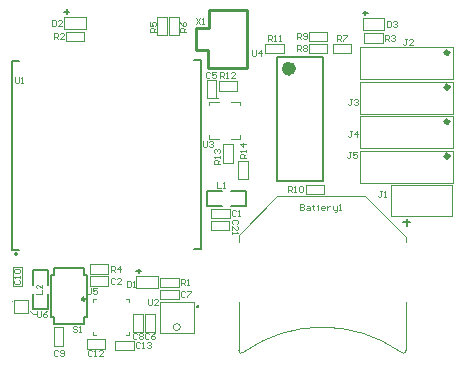
<source format=gto>
%FSLAX25Y25*%
%MOIN*%
G70*
G01*
G75*
G04 Layer_Color=65535*
%ADD10C,0.01713*%
%ADD11R,0.01969X0.01969*%
%ADD12R,0.01969X0.01969*%
%ADD13O,0.02756X0.01181*%
%ADD14O,0.01181X0.02756*%
%ADD15R,0.04724X0.06693*%
%ADD16R,0.03543X0.03150*%
%ADD17R,0.03150X0.03543*%
%ADD18R,0.03937X0.07874*%
%ADD19R,0.02362X0.01969*%
%ADD20R,0.06693X0.03150*%
%ADD21C,0.00787*%
%ADD22R,0.18504X0.18504*%
%ADD23R,0.04134X0.04134*%
%ADD24R,0.08858X0.04134*%
%ADD25O,0.06693X0.02165*%
%ADD26R,0.06693X0.05906*%
%ADD27O,0.00787X0.01969*%
%ADD28O,0.01969X0.00787*%
%ADD29R,0.01969X0.01378*%
%ADD30C,0.01969*%
%ADD31C,0.01000*%
%ADD32C,0.00787*%
%ADD33C,0.02362*%
%ADD34C,0.01575*%
%ADD35C,0.05906*%
%ADD36C,0.06693*%
%ADD37C,0.01772*%
%ADD38C,0.02598*%
%ADD39C,0.02362*%
%ADD40C,0.11811*%
%ADD41R,0.04724X0.05315*%
%ADD42R,0.03937X0.01378*%
%ADD43C,0.02756*%
%ADD44R,0.04000X0.09500*%
%ADD45C,0.00394*%
%ADD46C,0.01181*%
%ADD47C,0.00984*%
%ADD48C,0.00472*%
%ADD49C,0.00591*%
%ADD50C,0.00709*%
%ADD51C,0.00276*%
D31*
X62500Y17900D02*
G03*
X62500Y17900I-200J0D01*
G01*
X78791Y97350D02*
Y116839D01*
X65996Y97350D02*
X78791D01*
X65996D02*
Y103551D01*
X62059D02*
X65996D01*
X62059D02*
Y110736D01*
X66193D01*
Y116839D01*
X78791D01*
D32*
X69200Y87300D02*
G03*
X69200Y87300I-197J0D01*
G01*
X2294Y35406D02*
G03*
X2294Y35406I-394J0D01*
G01*
X24421Y12146D02*
Y14508D01*
X25504D01*
X24421Y28484D02*
X25504D01*
X24421D02*
Y30847D01*
X25504Y14508D02*
Y28484D01*
X13496Y14508D02*
Y28484D01*
X14579D02*
Y30847D01*
X13496Y28484D02*
X14579D01*
X13496Y14508D02*
X14579D01*
Y12146D02*
Y14508D01*
Y12146D02*
X24421D01*
X14579Y30847D02*
X24421D01*
X88921Y101169D02*
X104276D01*
X88921Y59831D02*
X104276D01*
Y101169D01*
X88921Y59831D02*
Y101169D01*
D33*
X94039Y97232D02*
G03*
X94039Y97232I-1181J0D01*
G01*
D45*
X843Y19673D02*
G03*
X843Y19673I-197J0D01*
G01*
X76100Y3400D02*
G03*
X76454Y2547I1207J0D01*
G01*
D02*
G03*
X76807Y2400I354J354D01*
G01*
D02*
G03*
X77990Y2890I0J1673D01*
G01*
X130010D02*
G03*
X131193Y2400I1183J1183D01*
G01*
D02*
G03*
X131546Y2547I0J500D01*
G01*
D02*
G03*
X131900Y3400I-854J854D01*
G01*
X130010Y2890D02*
G03*
X77990Y2890I-26010J-37095D01*
G01*
X66800Y43300D02*
X73000D01*
X66800D02*
Y46500D01*
X73000D01*
Y43300D02*
Y46500D01*
X65400Y93500D02*
X68600D01*
X65400Y87300D02*
Y93500D01*
Y87300D02*
X68600D01*
Y93500D01*
X66300Y86200D02*
X69500D01*
X66300Y85000D02*
Y86200D01*
X76700Y85000D02*
Y86200D01*
X73500D02*
X76700D01*
X66300Y73800D02*
X69500D01*
X66300D02*
Y75000D01*
X76700Y73800D02*
Y75000D01*
X73500Y73800D02*
X76700D01*
X800Y31000D02*
X4000D01*
X800Y24800D02*
Y31000D01*
Y24800D02*
X4000D01*
Y31000D01*
X6500Y16500D02*
X7500Y15500D01*
X8500D01*
X73100Y47400D02*
Y50600D01*
X66900D02*
X73100D01*
X66900Y47400D02*
Y50600D01*
Y47400D02*
X73100D01*
X14400Y11100D02*
X17600D01*
X14400Y4900D02*
Y11100D01*
Y4900D02*
X17600D01*
Y11100D01*
X117500Y114000D02*
X124600D01*
Y110000D02*
Y114000D01*
X117500Y110000D02*
X124600D01*
X117500D02*
Y114000D01*
X124100Y105900D02*
Y109100D01*
X117900D02*
X124100D01*
X117900Y105900D02*
Y109100D01*
Y105900D02*
X124100D01*
X18000Y114500D02*
X25100D01*
Y110500D02*
Y114500D01*
X18000Y110500D02*
X25100D01*
X18000D02*
Y114500D01*
X24600Y106400D02*
Y109600D01*
X18400D02*
X24600D01*
X18400Y106400D02*
Y109600D01*
Y106400D02*
X24600D01*
X26400Y28900D02*
X32600D01*
X26400D02*
Y32100D01*
X32600D01*
Y28900D02*
Y32100D01*
X26400Y24900D02*
Y28100D01*
Y24900D02*
X32600D01*
Y28100D01*
X26400D02*
X32600D01*
X49900Y20400D02*
Y23600D01*
Y20400D02*
X56100D01*
Y23600D01*
X49900D02*
X56100D01*
X1335Y20264D02*
X5862D01*
Y15736D02*
Y20264D01*
X1335Y15736D02*
X5862D01*
X1335D02*
Y20264D01*
X44900Y9400D02*
X48100D01*
Y15600D01*
X44900D02*
X48100D01*
X44900Y9400D02*
Y15600D01*
X40900Y9400D02*
X44100D01*
Y15600D01*
X40900D02*
X44100D01*
X40900Y9400D02*
Y15600D01*
X41100Y3400D02*
Y6600D01*
X34900D02*
X41100D01*
X34900Y3400D02*
Y6600D01*
Y3400D02*
X41100D01*
X25400Y3900D02*
Y7100D01*
Y3900D02*
X31600D01*
Y7100D01*
X25400D02*
X31600D01*
X116600Y93700D02*
Y104300D01*
X147400Y93700D02*
Y104300D01*
X116600Y93700D02*
X147400D01*
X116600Y104300D02*
X147400D01*
X116600Y82200D02*
Y92800D01*
X147400Y82200D02*
Y92800D01*
X116600Y82200D02*
X147400D01*
X116600Y92800D02*
X147400D01*
X116600Y70700D02*
Y81300D01*
X147400Y70700D02*
Y81300D01*
X116600Y70700D02*
X147400D01*
X116600Y81300D02*
X147400D01*
X116600Y59200D02*
Y69800D01*
X147400Y59200D02*
Y69800D01*
X116600Y59200D02*
X147400D01*
X116600Y69800D02*
X147400D01*
X88900Y54700D02*
X118300D01*
X131900Y41100D01*
Y39600D02*
Y41100D01*
X76100Y39600D02*
Y41900D01*
X88900Y54700D01*
X76100Y3400D02*
Y19500D01*
X131900Y17900D02*
Y19400D01*
Y3500D02*
Y19600D01*
X27500Y8500D02*
Y9600D01*
Y8500D02*
X28600D01*
X38400D02*
X39500D01*
Y9600D01*
Y19400D02*
Y20500D01*
X38400D02*
X39500D01*
X27500D02*
X28600D01*
X27500Y19400D02*
Y20500D01*
X49900Y19500D02*
X61300D01*
Y9000D02*
Y19500D01*
X49900Y9000D02*
X61300D01*
X49900D02*
Y19500D01*
Y27600D02*
X56100D01*
Y24400D02*
Y27600D01*
X49900Y24400D02*
X56100D01*
X49900D02*
Y27600D01*
X126900Y58400D02*
X147200D01*
Y48200D02*
Y58400D01*
X126900Y48200D02*
X147200D01*
X126900D02*
Y58400D01*
X107400Y105600D02*
X113600D01*
Y102400D02*
Y105600D01*
X107400Y102400D02*
X113600D01*
X107400D02*
Y105600D01*
X99400D02*
X105600D01*
Y102400D02*
Y105600D01*
X99400Y102400D02*
X105600D01*
X99400D02*
Y105600D01*
Y109600D02*
X105600D01*
Y106400D02*
Y109600D01*
X99400Y106400D02*
X105600D01*
X99400D02*
Y109600D01*
X98400Y58600D02*
X104600D01*
Y55400D02*
Y58600D01*
X98400Y55400D02*
X104600D01*
X98400D02*
Y58600D01*
X84900Y105600D02*
X91100D01*
Y102400D02*
Y105600D01*
X84900Y102400D02*
X91100D01*
X84900D02*
Y105600D01*
X69400Y89900D02*
X75600D01*
X69400D02*
Y93100D01*
X75600D01*
Y89900D02*
Y93100D01*
X70900Y65900D02*
Y72100D01*
X74100D01*
Y65900D02*
Y72100D01*
X70900Y65900D02*
X74100D01*
X79100Y60400D02*
Y66600D01*
X75900Y60400D02*
X79100D01*
X75900D02*
Y66600D01*
X79100D01*
X52100Y108400D02*
Y114600D01*
X48900Y108400D02*
X52100D01*
X48900D02*
Y114600D01*
X52100D01*
X56100Y108400D02*
Y114600D01*
X52900Y108400D02*
X56100D01*
X52900D02*
Y114600D01*
X56100D01*
X42000Y24000D02*
Y28000D01*
Y24000D02*
X49100D01*
Y28000D01*
X42000D02*
X49100D01*
D46*
X146232Y102600D02*
G03*
X146232Y102600I-632J0D01*
G01*
Y91100D02*
G03*
X146232Y91100I-632J0D01*
G01*
Y79600D02*
G03*
X146232Y79600I-632J0D01*
G01*
Y68100D02*
G03*
X146232Y68100I-632J0D01*
G01*
D47*
X24937Y20405D02*
G03*
X24937Y20405I-492J0D01*
G01*
D48*
X56666Y11100D02*
G03*
X56666Y11100I-1166J0D01*
G01*
D49*
X73500Y51500D02*
X78500D01*
Y56500D01*
X73500D02*
X78500D01*
X65500Y51500D02*
X70500D01*
X65500D02*
Y56500D01*
X70500D01*
X12500Y25000D02*
Y30000D01*
X7500D02*
X12500D01*
X7500Y25000D02*
Y30000D01*
X12500Y17000D02*
Y22000D01*
X7500Y17000D02*
X12500D01*
X7500D02*
Y22000D01*
X700Y36900D02*
X3000D01*
X700D02*
Y99800D01*
X2900D01*
X61200Y100100D02*
X63600D01*
Y37200D02*
Y100100D01*
X61100Y37200D02*
X63600D01*
X131000Y46073D02*
X133230D01*
X132115Y47188D02*
Y44958D01*
D50*
X118300Y115000D02*
Y116500D01*
X117400Y115750D02*
X119100D01*
X18800Y115500D02*
Y117000D01*
X17900Y116250D02*
X19600D01*
X41900Y29750D02*
X43600D01*
X42800Y29000D02*
Y30500D01*
D51*
X75540Y45488D02*
X75868Y45816D01*
Y46472D01*
X75540Y46800D01*
X74228D01*
X73900Y46472D01*
Y45816D01*
X74228Y45488D01*
X73900Y43520D02*
Y44832D01*
X75212Y43520D01*
X75540D01*
X75868Y43848D01*
Y44504D01*
X75540Y44832D01*
X73900Y42864D02*
Y42208D01*
Y42536D01*
X75868D01*
X75540Y42864D01*
X96500Y51968D02*
Y50000D01*
X97484D01*
X97812Y50328D01*
Y50656D01*
X97484Y50984D01*
X96500D01*
X97484D01*
X97812Y51312D01*
Y51640D01*
X97484Y51968D01*
X96500D01*
X98796Y51312D02*
X99452D01*
X99780Y50984D01*
Y50000D01*
X98796D01*
X98468Y50328D01*
X98796Y50656D01*
X99780D01*
X100764Y51640D02*
Y51312D01*
X100436D01*
X101092D01*
X100764D01*
Y50328D01*
X101092Y50000D01*
X102404Y51640D02*
Y51312D01*
X102076D01*
X102732D01*
X102404D01*
Y50328D01*
X102732Y50000D01*
X104699D02*
X104043D01*
X103716Y50328D01*
Y50984D01*
X104043Y51312D01*
X104699D01*
X105027Y50984D01*
Y50656D01*
X103716D01*
X105683Y51312D02*
Y50000D01*
Y50656D01*
X106011Y50984D01*
X106339Y51312D01*
X106667D01*
X107651D02*
Y50328D01*
X107979Y50000D01*
X108963D01*
Y49672D01*
X108635Y49344D01*
X108307D01*
X108963Y50000D02*
Y51312D01*
X109619Y50000D02*
X110275D01*
X109947D01*
Y51968D01*
X109619Y51640D01*
X75312Y49640D02*
X74984Y49968D01*
X74328D01*
X74000Y49640D01*
Y48328D01*
X74328Y48000D01*
X74984D01*
X75312Y48328D01*
X75968Y48000D02*
X76624D01*
X76296D01*
Y49968D01*
X75968Y49640D01*
X34812Y27140D02*
X34484Y27468D01*
X33828D01*
X33500Y27140D01*
Y25828D01*
X33828Y25500D01*
X34484D01*
X34812Y25828D01*
X36780Y25500D02*
X35468D01*
X36780Y26812D01*
Y27140D01*
X36452Y27468D01*
X35796D01*
X35468Y27140D01*
X66612Y95640D02*
X66284Y95968D01*
X65628D01*
X65300Y95640D01*
Y94328D01*
X65628Y94000D01*
X66284D01*
X66612Y94328D01*
X68580Y95968D02*
X67268D01*
Y94984D01*
X67924Y95312D01*
X68252D01*
X68580Y94984D01*
Y94328D01*
X68252Y94000D01*
X67596D01*
X67268Y94328D01*
X46312Y8640D02*
X45984Y8968D01*
X45328D01*
X45000Y8640D01*
Y7328D01*
X45328Y7000D01*
X45984D01*
X46312Y7328D01*
X48280Y8968D02*
X47624Y8640D01*
X46968Y7984D01*
Y7328D01*
X47296Y7000D01*
X47952D01*
X48280Y7328D01*
Y7656D01*
X47952Y7984D01*
X46968D01*
X58312Y22640D02*
X57984Y22968D01*
X57328D01*
X57000Y22640D01*
Y21328D01*
X57328Y21000D01*
X57984D01*
X58312Y21328D01*
X58968Y22968D02*
X60280D01*
Y22640D01*
X58968Y21328D01*
Y21000D01*
X42312Y8640D02*
X41984Y8968D01*
X41328D01*
X41000Y8640D01*
Y7328D01*
X41328Y7000D01*
X41984D01*
X42312Y7328D01*
X42968Y8640D02*
X43296Y8968D01*
X43952D01*
X44280Y8640D01*
Y8312D01*
X43952Y7984D01*
X44280Y7656D01*
Y7328D01*
X43952Y7000D01*
X43296D01*
X42968Y7328D01*
Y7656D01*
X43296Y7984D01*
X42968Y8312D01*
Y8640D01*
X43296Y7984D02*
X43952D01*
X15812Y3140D02*
X15484Y3468D01*
X14828D01*
X14500Y3140D01*
Y1828D01*
X14828Y1500D01*
X15484D01*
X15812Y1828D01*
X16468D02*
X16796Y1500D01*
X17452D01*
X17780Y1828D01*
Y3140D01*
X17452Y3468D01*
X16796D01*
X16468Y3140D01*
Y2812D01*
X16796Y2484D01*
X17780D01*
X1660Y26812D02*
X1332Y26484D01*
Y25828D01*
X1660Y25500D01*
X2972D01*
X3300Y25828D01*
Y26484D01*
X2972Y26812D01*
X3300Y27468D02*
Y28124D01*
Y27796D01*
X1332D01*
X1660Y27468D01*
Y29108D02*
X1332Y29436D01*
Y30092D01*
X1660Y30420D01*
X2972D01*
X3300Y30092D01*
Y29436D01*
X2972Y29108D01*
X1660D01*
X27312Y3140D02*
X26984Y3468D01*
X26328D01*
X26000Y3140D01*
Y1828D01*
X26328Y1500D01*
X26984D01*
X27312Y1828D01*
X27968Y1500D02*
X28624D01*
X28296D01*
Y3468D01*
X27968Y3140D01*
X30920Y1500D02*
X29608D01*
X30920Y2812D01*
Y3140D01*
X30592Y3468D01*
X29936D01*
X29608Y3140D01*
X43312Y5640D02*
X42984Y5968D01*
X42328D01*
X42000Y5640D01*
Y4328D01*
X42328Y4000D01*
X42984D01*
X43312Y4328D01*
X43968Y4000D02*
X44624D01*
X44296D01*
Y5968D01*
X43968Y5640D01*
X45608D02*
X45936Y5968D01*
X46592D01*
X46920Y5640D01*
Y5312D01*
X46592Y4984D01*
X46264D01*
X46592D01*
X46920Y4656D01*
Y4328D01*
X46592Y4000D01*
X45936D01*
X45608Y4328D01*
X39000Y26468D02*
Y24500D01*
X39984D01*
X40312Y24828D01*
Y26140D01*
X39984Y26468D01*
X39000D01*
X40968Y24500D02*
X41624D01*
X41296D01*
Y26468D01*
X40968Y26140D01*
X14000Y113468D02*
Y111500D01*
X14984D01*
X15312Y111828D01*
Y113140D01*
X14984Y113468D01*
X14000D01*
X17280Y111500D02*
X15968D01*
X17280Y112812D01*
Y113140D01*
X16952Y113468D01*
X16296D01*
X15968Y113140D01*
X125500Y112968D02*
Y111000D01*
X126484D01*
X126812Y111328D01*
Y112640D01*
X126484Y112968D01*
X125500D01*
X127468Y112640D02*
X127796Y112968D01*
X128452D01*
X128780Y112640D01*
Y112312D01*
X128452Y111984D01*
X128124D01*
X128452D01*
X128780Y111656D01*
Y111328D01*
X128452Y111000D01*
X127796D01*
X127468Y111328D01*
X132312Y106968D02*
X131656D01*
X131984D01*
Y105328D01*
X131656Y105000D01*
X131328D01*
X131000Y105328D01*
X134280Y105000D02*
X132968D01*
X134280Y106312D01*
Y106640D01*
X133952Y106968D01*
X133296D01*
X132968Y106640D01*
X113812Y86968D02*
X113156D01*
X113484D01*
Y85328D01*
X113156Y85000D01*
X112828D01*
X112500Y85328D01*
X114468Y86640D02*
X114796Y86968D01*
X115452D01*
X115780Y86640D01*
Y86312D01*
X115452Y85984D01*
X115124D01*
X115452D01*
X115780Y85656D01*
Y85328D01*
X115452Y85000D01*
X114796D01*
X114468Y85328D01*
X113812Y76468D02*
X113156D01*
X113484D01*
Y74828D01*
X113156Y74500D01*
X112828D01*
X112500Y74828D01*
X115452Y74500D02*
Y76468D01*
X114468Y75484D01*
X115780D01*
X113612Y69468D02*
X112956D01*
X113284D01*
Y67828D01*
X112956Y67500D01*
X112628D01*
X112300Y67828D01*
X115580Y69468D02*
X114268D01*
Y68484D01*
X114924Y68812D01*
X115252D01*
X115580Y68484D01*
Y67828D01*
X115252Y67500D01*
X114596D01*
X114268Y67828D01*
X69000Y59468D02*
Y57500D01*
X70312D01*
X70968D02*
X71624D01*
X71296D01*
Y59468D01*
X70968Y59140D01*
X8532Y22000D02*
X10500D01*
Y23312D01*
Y25280D02*
Y23968D01*
X9188Y25280D01*
X8860D01*
X8532Y24952D01*
Y24296D01*
X8860Y23968D01*
X57000Y25000D02*
Y26968D01*
X57984D01*
X58312Y26640D01*
Y25984D01*
X57984Y25656D01*
X57000D01*
X57656D02*
X58312Y25000D01*
X58968D02*
X59624D01*
X59296D01*
Y26968D01*
X58968Y26640D01*
X14500Y107000D02*
Y108968D01*
X15484D01*
X15812Y108640D01*
Y107984D01*
X15484Y107656D01*
X14500D01*
X15156D02*
X15812Y107000D01*
X17780D02*
X16468D01*
X17780Y108312D01*
Y108640D01*
X17452Y108968D01*
X16796D01*
X16468Y108640D01*
X125000Y106500D02*
Y108468D01*
X125984D01*
X126312Y108140D01*
Y107484D01*
X125984Y107156D01*
X125000D01*
X125656D02*
X126312Y106500D01*
X126968Y108140D02*
X127296Y108468D01*
X127952D01*
X128280Y108140D01*
Y107812D01*
X127952Y107484D01*
X127624D01*
X127952D01*
X128280Y107156D01*
Y106828D01*
X127952Y106500D01*
X127296D01*
X126968Y106828D01*
X33500Y29500D02*
Y31468D01*
X34484D01*
X34812Y31140D01*
Y30484D01*
X34484Y30156D01*
X33500D01*
X34156D02*
X34812Y29500D01*
X36452D02*
Y31468D01*
X35468Y30484D01*
X36780D01*
X48500Y109500D02*
X46532D01*
Y110484D01*
X46860Y110812D01*
X47516D01*
X47844Y110484D01*
Y109500D01*
Y110156D02*
X48500Y110812D01*
X46532Y112780D02*
Y111468D01*
X47516D01*
X47188Y112124D01*
Y112452D01*
X47516Y112780D01*
X48172D01*
X48500Y112452D01*
Y111796D01*
X48172Y111468D01*
X58500Y109500D02*
X56532D01*
Y110484D01*
X56860Y110812D01*
X57516D01*
X57844Y110484D01*
Y109500D01*
Y110156D02*
X58500Y110812D01*
X56532Y112780D02*
X56860Y112124D01*
X57516Y111468D01*
X58172D01*
X58500Y111796D01*
Y112452D01*
X58172Y112780D01*
X57844D01*
X57516Y112452D01*
Y111468D01*
X109000Y106500D02*
Y108468D01*
X109984D01*
X110312Y108140D01*
Y107484D01*
X109984Y107156D01*
X109000D01*
X109656D02*
X110312Y106500D01*
X110968Y108468D02*
X112280D01*
Y108140D01*
X110968Y106828D01*
Y106500D01*
X95500Y103000D02*
Y104968D01*
X96484D01*
X96812Y104640D01*
Y103984D01*
X96484Y103656D01*
X95500D01*
X96156D02*
X96812Y103000D01*
X97468Y104640D02*
X97796Y104968D01*
X98452D01*
X98780Y104640D01*
Y104312D01*
X98452Y103984D01*
X98780Y103656D01*
Y103328D01*
X98452Y103000D01*
X97796D01*
X97468Y103328D01*
Y103656D01*
X97796Y103984D01*
X97468Y104312D01*
Y104640D01*
X97796Y103984D02*
X98452D01*
X95500Y107000D02*
Y108968D01*
X96484D01*
X96812Y108640D01*
Y107984D01*
X96484Y107656D01*
X95500D01*
X96156D02*
X96812Y107000D01*
X97468Y107328D02*
X97796Y107000D01*
X98452D01*
X98780Y107328D01*
Y108640D01*
X98452Y108968D01*
X97796D01*
X97468Y108640D01*
Y108312D01*
X97796Y107984D01*
X98780D01*
X92500Y56000D02*
Y57968D01*
X93484D01*
X93812Y57640D01*
Y56984D01*
X93484Y56656D01*
X92500D01*
X93156D02*
X93812Y56000D01*
X94468D02*
X95124D01*
X94796D01*
Y57968D01*
X94468Y57640D01*
X96108D02*
X96436Y57968D01*
X97092D01*
X97420Y57640D01*
Y56328D01*
X97092Y56000D01*
X96436D01*
X96108Y56328D01*
Y57640D01*
X86000Y106500D02*
Y108468D01*
X86984D01*
X87312Y108140D01*
Y107484D01*
X86984Y107156D01*
X86000D01*
X86656D02*
X87312Y106500D01*
X87968D02*
X88624D01*
X88296D01*
Y108468D01*
X87968Y108140D01*
X89608Y106500D02*
X90264D01*
X89936D01*
Y108468D01*
X89608Y108140D01*
X70000Y94000D02*
Y95968D01*
X70984D01*
X71312Y95640D01*
Y94984D01*
X70984Y94656D01*
X70000D01*
X70656D02*
X71312Y94000D01*
X71968D02*
X72624D01*
X72296D01*
Y95968D01*
X71968Y95640D01*
X74920Y94000D02*
X73608D01*
X74920Y95312D01*
Y95640D01*
X74592Y95968D01*
X73936D01*
X73608Y95640D01*
X70000Y65500D02*
X68032D01*
Y66484D01*
X68360Y66812D01*
X69016D01*
X69344Y66484D01*
Y65500D01*
Y66156D02*
X70000Y66812D01*
Y67468D02*
Y68124D01*
Y67796D01*
X68032D01*
X68360Y67468D01*
Y69108D02*
X68032Y69436D01*
Y70092D01*
X68360Y70420D01*
X68688D01*
X69016Y70092D01*
Y69764D01*
Y70092D01*
X69344Y70420D01*
X69672D01*
X70000Y70092D01*
Y69436D01*
X69672Y69108D01*
X78500Y67500D02*
X76532D01*
Y68484D01*
X76860Y68812D01*
X77516D01*
X77844Y68484D01*
Y67500D01*
Y68156D02*
X78500Y68812D01*
Y69468D02*
Y70124D01*
Y69796D01*
X76532D01*
X76860Y69468D01*
X78500Y72092D02*
X76532D01*
X77516Y71108D01*
Y72420D01*
X22312Y11140D02*
X21984Y11468D01*
X21328D01*
X21000Y11140D01*
Y10812D01*
X21328Y10484D01*
X21984D01*
X22312Y10156D01*
Y9828D01*
X21984Y9500D01*
X21328D01*
X21000Y9828D01*
X22968Y9500D02*
X23624D01*
X23296D01*
Y11468D01*
X22968Y11140D01*
X1500Y94468D02*
Y92828D01*
X1828Y92500D01*
X2484D01*
X2812Y92828D01*
Y94468D01*
X3468Y92500D02*
X4124D01*
X3796D01*
Y94468D01*
X3468Y94140D01*
X46000Y20468D02*
Y18828D01*
X46328Y18500D01*
X46984D01*
X47312Y18828D01*
Y20468D01*
X49280Y18500D02*
X47968D01*
X49280Y19812D01*
Y20140D01*
X48952Y20468D01*
X48296D01*
X47968Y20140D01*
X64300Y73168D02*
Y71528D01*
X64628Y71200D01*
X65284D01*
X65612Y71528D01*
Y73168D01*
X66268Y72840D02*
X66596Y73168D01*
X67252D01*
X67580Y72840D01*
Y72512D01*
X67252Y72184D01*
X66924D01*
X67252D01*
X67580Y71856D01*
Y71528D01*
X67252Y71200D01*
X66596D01*
X66268Y71528D01*
X80500Y103468D02*
Y101828D01*
X80828Y101500D01*
X81484D01*
X81812Y101828D01*
Y103468D01*
X83452Y101500D02*
Y103468D01*
X82468Y102484D01*
X83780D01*
X25500Y23968D02*
Y22328D01*
X25828Y22000D01*
X26484D01*
X26812Y22328D01*
Y23968D01*
X28780D02*
X27468D01*
Y22984D01*
X28124Y23312D01*
X28452D01*
X28780Y22984D01*
Y22328D01*
X28452Y22000D01*
X27796D01*
X27468Y22328D01*
X9000Y16468D02*
Y14828D01*
X9328Y14500D01*
X9984D01*
X10312Y14828D01*
Y16468D01*
X12280D02*
X11624Y16140D01*
X10968Y15484D01*
Y14828D01*
X11296Y14500D01*
X11952D01*
X12280Y14828D01*
Y15156D01*
X11952Y15484D01*
X10968D01*
X62000Y113968D02*
X63312Y112000D01*
Y113968D02*
X62000Y112000D01*
X63968D02*
X64624D01*
X64296D01*
Y113968D01*
X63968Y113640D01*
X123812Y56468D02*
X123156D01*
X123484D01*
Y54828D01*
X123156Y54500D01*
X122828D01*
X122500Y54828D01*
X124468Y54500D02*
X125124D01*
X124796D01*
Y56468D01*
X124468Y56140D01*
M02*

</source>
